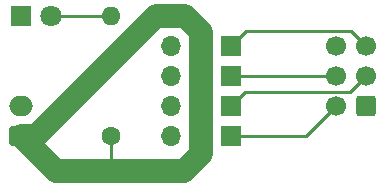
<source format=gbr>
%TF.GenerationSoftware,KiCad,Pcbnew,7.0.7*%
%TF.CreationDate,2024-12-21T21:28:54+01:00*%
%TF.ProjectId,servo_board,73657276-6f5f-4626-9f61-72642e6b6963,1.0*%
%TF.SameCoordinates,Original*%
%TF.FileFunction,Copper,L1,Top*%
%TF.FilePolarity,Positive*%
%FSLAX46Y46*%
G04 Gerber Fmt 4.6, Leading zero omitted, Abs format (unit mm)*
G04 Created by KiCad (PCBNEW 7.0.7) date 2024-12-21 21:28:54*
%MOMM*%
%LPD*%
G01*
G04 APERTURE LIST*
G04 Aperture macros list*
%AMRoundRect*
0 Rectangle with rounded corners*
0 $1 Rounding radius*
0 $2 $3 $4 $5 $6 $7 $8 $9 X,Y pos of 4 corners*
0 Add a 4 corners polygon primitive as box body*
4,1,4,$2,$3,$4,$5,$6,$7,$8,$9,$2,$3,0*
0 Add four circle primitives for the rounded corners*
1,1,$1+$1,$2,$3*
1,1,$1+$1,$4,$5*
1,1,$1+$1,$6,$7*
1,1,$1+$1,$8,$9*
0 Add four rect primitives between the rounded corners*
20,1,$1+$1,$2,$3,$4,$5,0*
20,1,$1+$1,$4,$5,$6,$7,0*
20,1,$1+$1,$6,$7,$8,$9,0*
20,1,$1+$1,$8,$9,$2,$3,0*%
G04 Aperture macros list end*
%TA.AperFunction,ComponentPad*%
%ADD10C,1.600000*%
%TD*%
%TA.AperFunction,ComponentPad*%
%ADD11O,1.600000X1.600000*%
%TD*%
%TA.AperFunction,ComponentPad*%
%ADD12RoundRect,0.250000X0.750000X-0.600000X0.750000X0.600000X-0.750000X0.600000X-0.750000X-0.600000X0*%
%TD*%
%TA.AperFunction,ComponentPad*%
%ADD13O,2.000000X1.700000*%
%TD*%
%TA.AperFunction,ComponentPad*%
%ADD14R,1.700000X1.700000*%
%TD*%
%TA.AperFunction,ComponentPad*%
%ADD15O,1.700000X1.700000*%
%TD*%
%TA.AperFunction,ComponentPad*%
%ADD16RoundRect,0.250000X0.600000X0.600000X-0.600000X0.600000X-0.600000X-0.600000X0.600000X-0.600000X0*%
%TD*%
%TA.AperFunction,ComponentPad*%
%ADD17C,1.700000*%
%TD*%
%TA.AperFunction,ComponentPad*%
%ADD18R,1.800000X1.800000*%
%TD*%
%TA.AperFunction,ComponentPad*%
%ADD19C,1.800000*%
%TD*%
%TA.AperFunction,Conductor*%
%ADD20C,2.000000*%
%TD*%
%TA.AperFunction,Conductor*%
%ADD21C,0.250000*%
%TD*%
G04 APERTURE END LIST*
D10*
%TO.P,R1 220R,1*%
%TO.N,VDD*%
X90170000Y-66040000D03*
D11*
%TO.P,R1 220R,2*%
%TO.N,Net-(D1-A)*%
X90170000Y-55880000D03*
%TD*%
D12*
%TO.P,J6 XH,1,Pin_1*%
%TO.N,VDD*%
X82550000Y-66040000D03*
D13*
%TO.P,J6 XH,2,Pin_2*%
%TO.N,GND*%
X82550000Y-63540000D03*
%TD*%
D14*
%TO.P,J5,1,Pin_1*%
%TO.N,/Data_BL*%
X100330000Y-58420000D03*
D15*
%TO.P,J5,2,Pin_2*%
%TO.N,VDD*%
X97790000Y-58420000D03*
%TO.P,J5,3,Pin_3*%
%TO.N,GND*%
X95250000Y-58420000D03*
%TD*%
D14*
%TO.P,J4,1,Pin_1*%
%TO.N,/Data_BR*%
X100330000Y-60960000D03*
D15*
%TO.P,J4,2,Pin_2*%
%TO.N,VDD*%
X97790000Y-60960000D03*
%TO.P,J4,3,Pin_3*%
%TO.N,GND*%
X95250000Y-60960000D03*
%TD*%
D14*
%TO.P,J3,1,Pin_1*%
%TO.N,/Data_TR*%
X100330000Y-63500000D03*
D15*
%TO.P,J3,2,Pin_2*%
%TO.N,VDD*%
X97790000Y-63500000D03*
%TO.P,J3,3,Pin_3*%
%TO.N,GND*%
X95250000Y-63500000D03*
%TD*%
%TO.P,J2,3,Pin_3*%
%TO.N,GND*%
X95250000Y-66040000D03*
%TO.P,J2,2,Pin_2*%
%TO.N,VDD*%
X97790000Y-66040000D03*
D14*
%TO.P,J2,1,Pin_1*%
%TO.N,/Data_TL*%
X100330000Y-66040000D03*
%TD*%
D16*
%TO.P,J1 box,1,Pin_1*%
%TO.N,GND*%
X111760000Y-63500000D03*
D17*
%TO.P,J1 box,2,Pin_2*%
%TO.N,/Data_TL*%
X109220000Y-63500000D03*
%TO.P,J1 box,3,Pin_3*%
%TO.N,/Data_TR*%
X111760000Y-60960000D03*
%TO.P,J1 box,4,Pin_4*%
%TO.N,/Data_BR*%
X109220000Y-60960000D03*
%TO.P,J1 box,5,Pin_5*%
%TO.N,/Data_BL*%
X111760000Y-58420000D03*
%TO.P,J1 box,6,Pin_6*%
%TO.N,unconnected-(J1-Pin_6-Pad6)*%
X109220000Y-58420000D03*
%TD*%
D18*
%TO.P,D1 led,1,K*%
%TO.N,GND*%
X82550000Y-55880000D03*
D19*
%TO.P,D1 led,2,A*%
%TO.N,Net-(D1-A)*%
X85090000Y-55880000D03*
%TD*%
D20*
%TO.N,VDD*%
X93980000Y-55880000D02*
X83820000Y-66040000D01*
X97790000Y-57217919D02*
X96452081Y-55880000D01*
X83820000Y-66040000D02*
X82550000Y-66040000D01*
X97790000Y-58420000D02*
X97790000Y-57217919D01*
X96452081Y-55880000D02*
X93980000Y-55880000D01*
D21*
%TO.N,/Data_TR*%
X110395000Y-62325000D02*
X111760000Y-60960000D01*
X101505000Y-62325000D02*
X110395000Y-62325000D01*
X100330000Y-63500000D02*
X101505000Y-62325000D01*
%TO.N,/Data_BL*%
X110490000Y-57150000D02*
X111760000Y-58420000D01*
X101600000Y-57150000D02*
X110490000Y-57150000D01*
X100330000Y-58420000D02*
X101600000Y-57150000D01*
%TO.N,/Data_BR*%
X100330000Y-60960000D02*
X109220000Y-60960000D01*
D20*
%TO.N,VDD*%
X90170000Y-69000000D02*
X85510000Y-69000000D01*
D21*
X90170000Y-66040000D02*
X90170000Y-69000000D01*
D20*
X96390000Y-69000000D02*
X90170000Y-69000000D01*
D21*
%TO.N,/Data_TL*%
X106680000Y-66040000D02*
X109220000Y-63500000D01*
X100330000Y-66040000D02*
X106680000Y-66040000D01*
%TO.N,Net-(D1-A)*%
X85090000Y-55880000D02*
X90170000Y-55880000D01*
D20*
%TO.N,VDD*%
X97790000Y-67600000D02*
X96390000Y-69000000D01*
X97790000Y-66040000D02*
X97790000Y-67600000D01*
X85510000Y-69000000D02*
X82550000Y-66040000D01*
X97790000Y-63500000D02*
X97790000Y-66040000D01*
X97790000Y-60960000D02*
X97790000Y-63500000D01*
X97790000Y-58420000D02*
X97790000Y-60960000D01*
%TD*%
M02*

</source>
